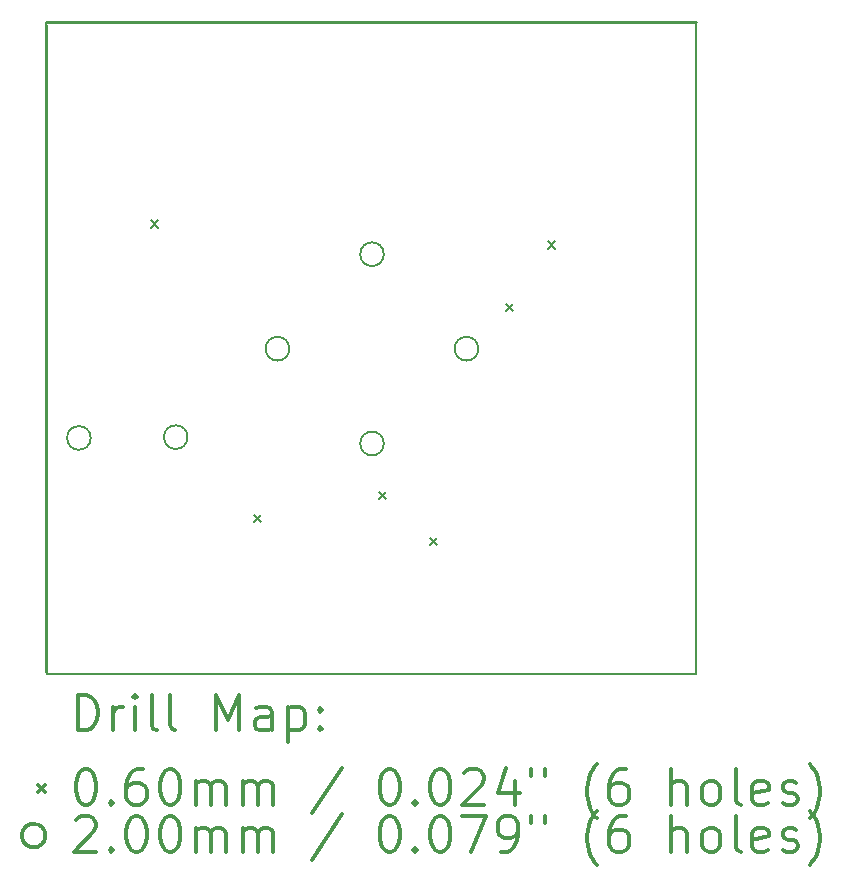
<source format=gbr>
%FSLAX45Y45*%
G04 Gerber Fmt 4.5, Leading zero omitted, Abs format (unit mm)*
G04 Created by KiCad (PCBNEW 4.0.6) date 05/08/17 07:30:47*
%MOMM*%
%LPD*%
G01*
G04 APERTURE LIST*
%ADD10C,0.127000*%
%ADD11C,0.150000*%
%ADD12C,0.200000*%
%ADD13C,0.300000*%
G04 APERTURE END LIST*
D10*
D11*
X3177810Y-13232890D02*
X8677810Y-13232890D01*
X3177810Y-13232890D02*
X3177810Y-7732890D01*
X8677810Y-13232890D02*
X8677810Y-7732890D01*
X3176210Y-7718290D02*
X8676210Y-7718290D01*
X8676410Y-13209690D02*
X8676410Y-7709690D01*
X3176410Y-13209690D02*
X3176410Y-7709690D01*
X3188010Y-7705990D02*
X8688010Y-7705990D01*
X8677110Y-7705990D02*
X3177110Y-7705990D01*
X8677110Y-13205990D02*
X8677110Y-7705990D01*
X3177110Y-13205990D02*
X3177110Y-7705990D01*
D12*
X4059010Y-9388390D02*
X4119010Y-9448390D01*
X4119010Y-9388390D02*
X4059010Y-9448390D01*
X4935300Y-11884400D02*
X4995300Y-11944400D01*
X4995300Y-11884400D02*
X4935300Y-11944400D01*
X5989310Y-11688290D02*
X6049310Y-11748290D01*
X6049310Y-11688290D02*
X5989310Y-11748290D01*
X6426810Y-12076690D02*
X6486810Y-12136690D01*
X6486810Y-12076690D02*
X6426810Y-12136690D01*
X7066210Y-10096890D02*
X7126210Y-10156890D01*
X7126210Y-10096890D02*
X7066210Y-10156890D01*
X7425410Y-9566390D02*
X7485410Y-9626390D01*
X7485410Y-9566390D02*
X7425410Y-9626390D01*
X3551510Y-11229890D02*
G75*
G03X3551510Y-11229890I-100000J0D01*
G01*
X4371910Y-11223290D02*
G75*
G03X4371910Y-11223290I-100000J0D01*
G01*
X5233370Y-10474490D02*
G75*
G03X5233370Y-10474490I-100000J0D01*
G01*
X6033470Y-9674390D02*
G75*
G03X6033470Y-9674390I-100000J0D01*
G01*
X6033470Y-11277130D02*
G75*
G03X6033470Y-11277130I-100000J0D01*
G01*
X6833570Y-10474490D02*
G75*
G03X6833570Y-10474490I-100000J0D01*
G01*
D13*
X3440138Y-13706104D02*
X3440138Y-13406104D01*
X3511567Y-13406104D01*
X3554424Y-13420390D01*
X3582996Y-13448961D01*
X3597281Y-13477533D01*
X3611567Y-13534676D01*
X3611567Y-13577533D01*
X3597281Y-13634676D01*
X3582996Y-13663247D01*
X3554424Y-13691819D01*
X3511567Y-13706104D01*
X3440138Y-13706104D01*
X3740138Y-13706104D02*
X3740138Y-13506104D01*
X3740138Y-13563247D02*
X3754424Y-13534676D01*
X3768710Y-13520390D01*
X3797281Y-13506104D01*
X3825853Y-13506104D01*
X3925853Y-13706104D02*
X3925853Y-13506104D01*
X3925853Y-13406104D02*
X3911567Y-13420390D01*
X3925853Y-13434676D01*
X3940138Y-13420390D01*
X3925853Y-13406104D01*
X3925853Y-13434676D01*
X4111567Y-13706104D02*
X4082996Y-13691819D01*
X4068710Y-13663247D01*
X4068710Y-13406104D01*
X4268710Y-13706104D02*
X4240139Y-13691819D01*
X4225853Y-13663247D01*
X4225853Y-13406104D01*
X4611567Y-13706104D02*
X4611567Y-13406104D01*
X4711567Y-13620390D01*
X4811567Y-13406104D01*
X4811567Y-13706104D01*
X5082996Y-13706104D02*
X5082996Y-13548961D01*
X5068710Y-13520390D01*
X5040139Y-13506104D01*
X4982996Y-13506104D01*
X4954424Y-13520390D01*
X5082996Y-13691819D02*
X5054424Y-13706104D01*
X4982996Y-13706104D01*
X4954424Y-13691819D01*
X4940139Y-13663247D01*
X4940139Y-13634676D01*
X4954424Y-13606104D01*
X4982996Y-13591819D01*
X5054424Y-13591819D01*
X5082996Y-13577533D01*
X5225853Y-13506104D02*
X5225853Y-13806104D01*
X5225853Y-13520390D02*
X5254424Y-13506104D01*
X5311567Y-13506104D01*
X5340139Y-13520390D01*
X5354424Y-13534676D01*
X5368710Y-13563247D01*
X5368710Y-13648961D01*
X5354424Y-13677533D01*
X5340139Y-13691819D01*
X5311567Y-13706104D01*
X5254424Y-13706104D01*
X5225853Y-13691819D01*
X5497281Y-13677533D02*
X5511567Y-13691819D01*
X5497281Y-13706104D01*
X5482996Y-13691819D01*
X5497281Y-13677533D01*
X5497281Y-13706104D01*
X5497281Y-13520390D02*
X5511567Y-13534676D01*
X5497281Y-13548961D01*
X5482996Y-13534676D01*
X5497281Y-13520390D01*
X5497281Y-13548961D01*
X3108710Y-14170390D02*
X3168710Y-14230390D01*
X3168710Y-14170390D02*
X3108710Y-14230390D01*
X3497281Y-14036104D02*
X3525853Y-14036104D01*
X3554424Y-14050390D01*
X3568710Y-14064676D01*
X3582996Y-14093247D01*
X3597281Y-14150390D01*
X3597281Y-14221819D01*
X3582996Y-14278961D01*
X3568710Y-14307533D01*
X3554424Y-14321819D01*
X3525853Y-14336104D01*
X3497281Y-14336104D01*
X3468710Y-14321819D01*
X3454424Y-14307533D01*
X3440138Y-14278961D01*
X3425853Y-14221819D01*
X3425853Y-14150390D01*
X3440138Y-14093247D01*
X3454424Y-14064676D01*
X3468710Y-14050390D01*
X3497281Y-14036104D01*
X3725853Y-14307533D02*
X3740138Y-14321819D01*
X3725853Y-14336104D01*
X3711567Y-14321819D01*
X3725853Y-14307533D01*
X3725853Y-14336104D01*
X3997281Y-14036104D02*
X3940138Y-14036104D01*
X3911567Y-14050390D01*
X3897281Y-14064676D01*
X3868710Y-14107533D01*
X3854424Y-14164676D01*
X3854424Y-14278961D01*
X3868710Y-14307533D01*
X3882996Y-14321819D01*
X3911567Y-14336104D01*
X3968710Y-14336104D01*
X3997281Y-14321819D01*
X4011567Y-14307533D01*
X4025853Y-14278961D01*
X4025853Y-14207533D01*
X4011567Y-14178961D01*
X3997281Y-14164676D01*
X3968710Y-14150390D01*
X3911567Y-14150390D01*
X3882996Y-14164676D01*
X3868710Y-14178961D01*
X3854424Y-14207533D01*
X4211567Y-14036104D02*
X4240139Y-14036104D01*
X4268710Y-14050390D01*
X4282996Y-14064676D01*
X4297281Y-14093247D01*
X4311567Y-14150390D01*
X4311567Y-14221819D01*
X4297281Y-14278961D01*
X4282996Y-14307533D01*
X4268710Y-14321819D01*
X4240139Y-14336104D01*
X4211567Y-14336104D01*
X4182996Y-14321819D01*
X4168710Y-14307533D01*
X4154424Y-14278961D01*
X4140138Y-14221819D01*
X4140138Y-14150390D01*
X4154424Y-14093247D01*
X4168710Y-14064676D01*
X4182996Y-14050390D01*
X4211567Y-14036104D01*
X4440139Y-14336104D02*
X4440139Y-14136104D01*
X4440139Y-14164676D02*
X4454424Y-14150390D01*
X4482996Y-14136104D01*
X4525853Y-14136104D01*
X4554424Y-14150390D01*
X4568710Y-14178961D01*
X4568710Y-14336104D01*
X4568710Y-14178961D02*
X4582996Y-14150390D01*
X4611567Y-14136104D01*
X4654424Y-14136104D01*
X4682996Y-14150390D01*
X4697281Y-14178961D01*
X4697281Y-14336104D01*
X4840139Y-14336104D02*
X4840139Y-14136104D01*
X4840139Y-14164676D02*
X4854424Y-14150390D01*
X4882996Y-14136104D01*
X4925853Y-14136104D01*
X4954424Y-14150390D01*
X4968710Y-14178961D01*
X4968710Y-14336104D01*
X4968710Y-14178961D02*
X4982996Y-14150390D01*
X5011567Y-14136104D01*
X5054424Y-14136104D01*
X5082996Y-14150390D01*
X5097281Y-14178961D01*
X5097281Y-14336104D01*
X5682996Y-14021819D02*
X5425853Y-14407533D01*
X6068710Y-14036104D02*
X6097281Y-14036104D01*
X6125853Y-14050390D01*
X6140138Y-14064676D01*
X6154424Y-14093247D01*
X6168710Y-14150390D01*
X6168710Y-14221819D01*
X6154424Y-14278961D01*
X6140138Y-14307533D01*
X6125853Y-14321819D01*
X6097281Y-14336104D01*
X6068710Y-14336104D01*
X6040138Y-14321819D01*
X6025853Y-14307533D01*
X6011567Y-14278961D01*
X5997281Y-14221819D01*
X5997281Y-14150390D01*
X6011567Y-14093247D01*
X6025853Y-14064676D01*
X6040138Y-14050390D01*
X6068710Y-14036104D01*
X6297281Y-14307533D02*
X6311567Y-14321819D01*
X6297281Y-14336104D01*
X6282996Y-14321819D01*
X6297281Y-14307533D01*
X6297281Y-14336104D01*
X6497281Y-14036104D02*
X6525853Y-14036104D01*
X6554424Y-14050390D01*
X6568710Y-14064676D01*
X6582995Y-14093247D01*
X6597281Y-14150390D01*
X6597281Y-14221819D01*
X6582995Y-14278961D01*
X6568710Y-14307533D01*
X6554424Y-14321819D01*
X6525853Y-14336104D01*
X6497281Y-14336104D01*
X6468710Y-14321819D01*
X6454424Y-14307533D01*
X6440138Y-14278961D01*
X6425853Y-14221819D01*
X6425853Y-14150390D01*
X6440138Y-14093247D01*
X6454424Y-14064676D01*
X6468710Y-14050390D01*
X6497281Y-14036104D01*
X6711567Y-14064676D02*
X6725853Y-14050390D01*
X6754424Y-14036104D01*
X6825853Y-14036104D01*
X6854424Y-14050390D01*
X6868710Y-14064676D01*
X6882995Y-14093247D01*
X6882995Y-14121819D01*
X6868710Y-14164676D01*
X6697281Y-14336104D01*
X6882995Y-14336104D01*
X7140138Y-14136104D02*
X7140138Y-14336104D01*
X7068710Y-14021819D02*
X6997281Y-14236104D01*
X7182995Y-14236104D01*
X7282996Y-14036104D02*
X7282996Y-14093247D01*
X7397281Y-14036104D02*
X7397281Y-14093247D01*
X7840138Y-14450390D02*
X7825853Y-14436104D01*
X7797281Y-14393247D01*
X7782995Y-14364676D01*
X7768710Y-14321819D01*
X7754424Y-14250390D01*
X7754424Y-14193247D01*
X7768710Y-14121819D01*
X7782995Y-14078961D01*
X7797281Y-14050390D01*
X7825853Y-14007533D01*
X7840138Y-13993247D01*
X8082995Y-14036104D02*
X8025853Y-14036104D01*
X7997281Y-14050390D01*
X7982995Y-14064676D01*
X7954424Y-14107533D01*
X7940138Y-14164676D01*
X7940138Y-14278961D01*
X7954424Y-14307533D01*
X7968710Y-14321819D01*
X7997281Y-14336104D01*
X8054424Y-14336104D01*
X8082995Y-14321819D01*
X8097281Y-14307533D01*
X8111567Y-14278961D01*
X8111567Y-14207533D01*
X8097281Y-14178961D01*
X8082995Y-14164676D01*
X8054424Y-14150390D01*
X7997281Y-14150390D01*
X7968710Y-14164676D01*
X7954424Y-14178961D01*
X7940138Y-14207533D01*
X8468710Y-14336104D02*
X8468710Y-14036104D01*
X8597281Y-14336104D02*
X8597281Y-14178961D01*
X8582996Y-14150390D01*
X8554424Y-14136104D01*
X8511567Y-14136104D01*
X8482996Y-14150390D01*
X8468710Y-14164676D01*
X8782996Y-14336104D02*
X8754424Y-14321819D01*
X8740138Y-14307533D01*
X8725853Y-14278961D01*
X8725853Y-14193247D01*
X8740138Y-14164676D01*
X8754424Y-14150390D01*
X8782996Y-14136104D01*
X8825853Y-14136104D01*
X8854424Y-14150390D01*
X8868710Y-14164676D01*
X8882996Y-14193247D01*
X8882996Y-14278961D01*
X8868710Y-14307533D01*
X8854424Y-14321819D01*
X8825853Y-14336104D01*
X8782996Y-14336104D01*
X9054424Y-14336104D02*
X9025853Y-14321819D01*
X9011567Y-14293247D01*
X9011567Y-14036104D01*
X9282996Y-14321819D02*
X9254424Y-14336104D01*
X9197281Y-14336104D01*
X9168710Y-14321819D01*
X9154424Y-14293247D01*
X9154424Y-14178961D01*
X9168710Y-14150390D01*
X9197281Y-14136104D01*
X9254424Y-14136104D01*
X9282996Y-14150390D01*
X9297281Y-14178961D01*
X9297281Y-14207533D01*
X9154424Y-14236104D01*
X9411567Y-14321819D02*
X9440139Y-14336104D01*
X9497281Y-14336104D01*
X9525853Y-14321819D01*
X9540139Y-14293247D01*
X9540139Y-14278961D01*
X9525853Y-14250390D01*
X9497281Y-14236104D01*
X9454424Y-14236104D01*
X9425853Y-14221819D01*
X9411567Y-14193247D01*
X9411567Y-14178961D01*
X9425853Y-14150390D01*
X9454424Y-14136104D01*
X9497281Y-14136104D01*
X9525853Y-14150390D01*
X9640138Y-14450390D02*
X9654424Y-14436104D01*
X9682996Y-14393247D01*
X9697281Y-14364676D01*
X9711567Y-14321819D01*
X9725853Y-14250390D01*
X9725853Y-14193247D01*
X9711567Y-14121819D01*
X9697281Y-14078961D01*
X9682996Y-14050390D01*
X9654424Y-14007533D01*
X9640138Y-13993247D01*
X3168710Y-14596390D02*
G75*
G03X3168710Y-14596390I-100000J0D01*
G01*
X3425853Y-14460676D02*
X3440138Y-14446390D01*
X3468710Y-14432104D01*
X3540138Y-14432104D01*
X3568710Y-14446390D01*
X3582996Y-14460676D01*
X3597281Y-14489247D01*
X3597281Y-14517819D01*
X3582996Y-14560676D01*
X3411567Y-14732104D01*
X3597281Y-14732104D01*
X3725853Y-14703533D02*
X3740138Y-14717819D01*
X3725853Y-14732104D01*
X3711567Y-14717819D01*
X3725853Y-14703533D01*
X3725853Y-14732104D01*
X3925853Y-14432104D02*
X3954424Y-14432104D01*
X3982996Y-14446390D01*
X3997281Y-14460676D01*
X4011567Y-14489247D01*
X4025853Y-14546390D01*
X4025853Y-14617819D01*
X4011567Y-14674961D01*
X3997281Y-14703533D01*
X3982996Y-14717819D01*
X3954424Y-14732104D01*
X3925853Y-14732104D01*
X3897281Y-14717819D01*
X3882996Y-14703533D01*
X3868710Y-14674961D01*
X3854424Y-14617819D01*
X3854424Y-14546390D01*
X3868710Y-14489247D01*
X3882996Y-14460676D01*
X3897281Y-14446390D01*
X3925853Y-14432104D01*
X4211567Y-14432104D02*
X4240139Y-14432104D01*
X4268710Y-14446390D01*
X4282996Y-14460676D01*
X4297281Y-14489247D01*
X4311567Y-14546390D01*
X4311567Y-14617819D01*
X4297281Y-14674961D01*
X4282996Y-14703533D01*
X4268710Y-14717819D01*
X4240139Y-14732104D01*
X4211567Y-14732104D01*
X4182996Y-14717819D01*
X4168710Y-14703533D01*
X4154424Y-14674961D01*
X4140138Y-14617819D01*
X4140138Y-14546390D01*
X4154424Y-14489247D01*
X4168710Y-14460676D01*
X4182996Y-14446390D01*
X4211567Y-14432104D01*
X4440139Y-14732104D02*
X4440139Y-14532104D01*
X4440139Y-14560676D02*
X4454424Y-14546390D01*
X4482996Y-14532104D01*
X4525853Y-14532104D01*
X4554424Y-14546390D01*
X4568710Y-14574961D01*
X4568710Y-14732104D01*
X4568710Y-14574961D02*
X4582996Y-14546390D01*
X4611567Y-14532104D01*
X4654424Y-14532104D01*
X4682996Y-14546390D01*
X4697281Y-14574961D01*
X4697281Y-14732104D01*
X4840139Y-14732104D02*
X4840139Y-14532104D01*
X4840139Y-14560676D02*
X4854424Y-14546390D01*
X4882996Y-14532104D01*
X4925853Y-14532104D01*
X4954424Y-14546390D01*
X4968710Y-14574961D01*
X4968710Y-14732104D01*
X4968710Y-14574961D02*
X4982996Y-14546390D01*
X5011567Y-14532104D01*
X5054424Y-14532104D01*
X5082996Y-14546390D01*
X5097281Y-14574961D01*
X5097281Y-14732104D01*
X5682996Y-14417819D02*
X5425853Y-14803533D01*
X6068710Y-14432104D02*
X6097281Y-14432104D01*
X6125853Y-14446390D01*
X6140138Y-14460676D01*
X6154424Y-14489247D01*
X6168710Y-14546390D01*
X6168710Y-14617819D01*
X6154424Y-14674961D01*
X6140138Y-14703533D01*
X6125853Y-14717819D01*
X6097281Y-14732104D01*
X6068710Y-14732104D01*
X6040138Y-14717819D01*
X6025853Y-14703533D01*
X6011567Y-14674961D01*
X5997281Y-14617819D01*
X5997281Y-14546390D01*
X6011567Y-14489247D01*
X6025853Y-14460676D01*
X6040138Y-14446390D01*
X6068710Y-14432104D01*
X6297281Y-14703533D02*
X6311567Y-14717819D01*
X6297281Y-14732104D01*
X6282996Y-14717819D01*
X6297281Y-14703533D01*
X6297281Y-14732104D01*
X6497281Y-14432104D02*
X6525853Y-14432104D01*
X6554424Y-14446390D01*
X6568710Y-14460676D01*
X6582995Y-14489247D01*
X6597281Y-14546390D01*
X6597281Y-14617819D01*
X6582995Y-14674961D01*
X6568710Y-14703533D01*
X6554424Y-14717819D01*
X6525853Y-14732104D01*
X6497281Y-14732104D01*
X6468710Y-14717819D01*
X6454424Y-14703533D01*
X6440138Y-14674961D01*
X6425853Y-14617819D01*
X6425853Y-14546390D01*
X6440138Y-14489247D01*
X6454424Y-14460676D01*
X6468710Y-14446390D01*
X6497281Y-14432104D01*
X6697281Y-14432104D02*
X6897281Y-14432104D01*
X6768710Y-14732104D01*
X7025853Y-14732104D02*
X7082995Y-14732104D01*
X7111567Y-14717819D01*
X7125853Y-14703533D01*
X7154424Y-14660676D01*
X7168710Y-14603533D01*
X7168710Y-14489247D01*
X7154424Y-14460676D01*
X7140138Y-14446390D01*
X7111567Y-14432104D01*
X7054424Y-14432104D01*
X7025853Y-14446390D01*
X7011567Y-14460676D01*
X6997281Y-14489247D01*
X6997281Y-14560676D01*
X7011567Y-14589247D01*
X7025853Y-14603533D01*
X7054424Y-14617819D01*
X7111567Y-14617819D01*
X7140138Y-14603533D01*
X7154424Y-14589247D01*
X7168710Y-14560676D01*
X7282996Y-14432104D02*
X7282996Y-14489247D01*
X7397281Y-14432104D02*
X7397281Y-14489247D01*
X7840138Y-14846390D02*
X7825853Y-14832104D01*
X7797281Y-14789247D01*
X7782995Y-14760676D01*
X7768710Y-14717819D01*
X7754424Y-14646390D01*
X7754424Y-14589247D01*
X7768710Y-14517819D01*
X7782995Y-14474961D01*
X7797281Y-14446390D01*
X7825853Y-14403533D01*
X7840138Y-14389247D01*
X8082995Y-14432104D02*
X8025853Y-14432104D01*
X7997281Y-14446390D01*
X7982995Y-14460676D01*
X7954424Y-14503533D01*
X7940138Y-14560676D01*
X7940138Y-14674961D01*
X7954424Y-14703533D01*
X7968710Y-14717819D01*
X7997281Y-14732104D01*
X8054424Y-14732104D01*
X8082995Y-14717819D01*
X8097281Y-14703533D01*
X8111567Y-14674961D01*
X8111567Y-14603533D01*
X8097281Y-14574961D01*
X8082995Y-14560676D01*
X8054424Y-14546390D01*
X7997281Y-14546390D01*
X7968710Y-14560676D01*
X7954424Y-14574961D01*
X7940138Y-14603533D01*
X8468710Y-14732104D02*
X8468710Y-14432104D01*
X8597281Y-14732104D02*
X8597281Y-14574961D01*
X8582996Y-14546390D01*
X8554424Y-14532104D01*
X8511567Y-14532104D01*
X8482996Y-14546390D01*
X8468710Y-14560676D01*
X8782996Y-14732104D02*
X8754424Y-14717819D01*
X8740138Y-14703533D01*
X8725853Y-14674961D01*
X8725853Y-14589247D01*
X8740138Y-14560676D01*
X8754424Y-14546390D01*
X8782996Y-14532104D01*
X8825853Y-14532104D01*
X8854424Y-14546390D01*
X8868710Y-14560676D01*
X8882996Y-14589247D01*
X8882996Y-14674961D01*
X8868710Y-14703533D01*
X8854424Y-14717819D01*
X8825853Y-14732104D01*
X8782996Y-14732104D01*
X9054424Y-14732104D02*
X9025853Y-14717819D01*
X9011567Y-14689247D01*
X9011567Y-14432104D01*
X9282996Y-14717819D02*
X9254424Y-14732104D01*
X9197281Y-14732104D01*
X9168710Y-14717819D01*
X9154424Y-14689247D01*
X9154424Y-14574961D01*
X9168710Y-14546390D01*
X9197281Y-14532104D01*
X9254424Y-14532104D01*
X9282996Y-14546390D01*
X9297281Y-14574961D01*
X9297281Y-14603533D01*
X9154424Y-14632104D01*
X9411567Y-14717819D02*
X9440139Y-14732104D01*
X9497281Y-14732104D01*
X9525853Y-14717819D01*
X9540139Y-14689247D01*
X9540139Y-14674961D01*
X9525853Y-14646390D01*
X9497281Y-14632104D01*
X9454424Y-14632104D01*
X9425853Y-14617819D01*
X9411567Y-14589247D01*
X9411567Y-14574961D01*
X9425853Y-14546390D01*
X9454424Y-14532104D01*
X9497281Y-14532104D01*
X9525853Y-14546390D01*
X9640138Y-14846390D02*
X9654424Y-14832104D01*
X9682996Y-14789247D01*
X9697281Y-14760676D01*
X9711567Y-14717819D01*
X9725853Y-14646390D01*
X9725853Y-14589247D01*
X9711567Y-14517819D01*
X9697281Y-14474961D01*
X9682996Y-14446390D01*
X9654424Y-14403533D01*
X9640138Y-14389247D01*
M02*

</source>
